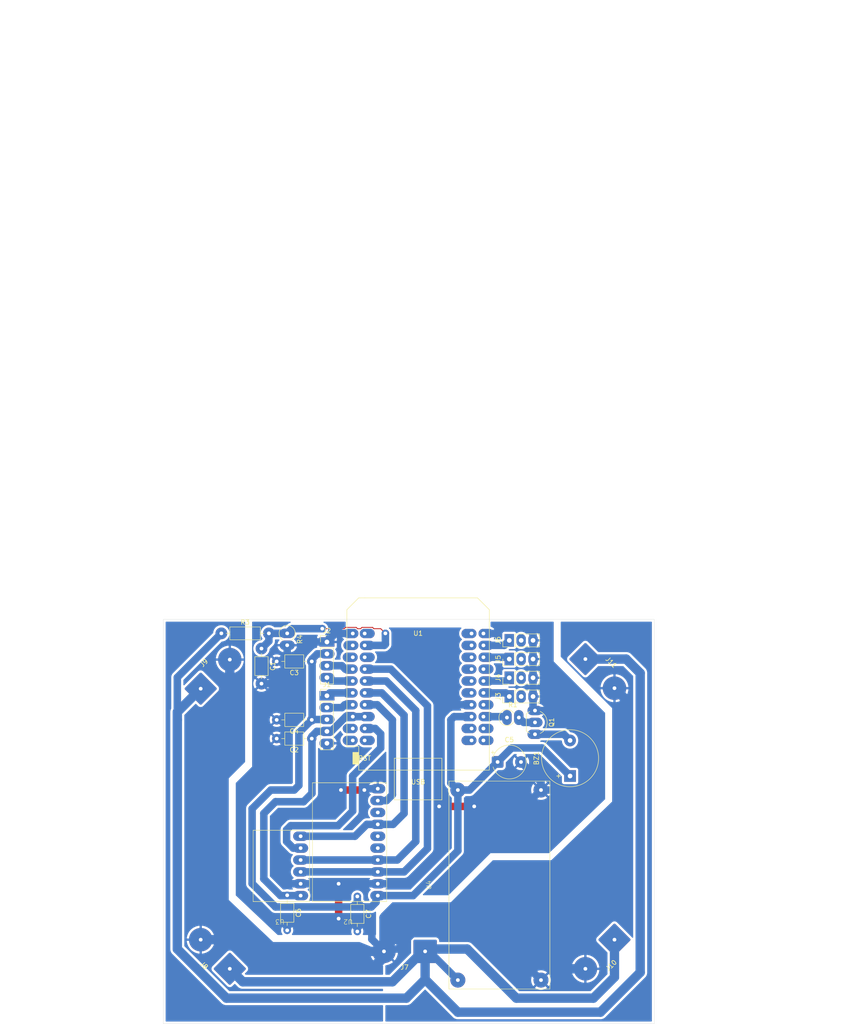
<source format=kicad_pcb>
(kicad_pcb (version 20241229) (generator "pcbnew") (generator_version "9.0")
  (layers (0 "F.Cu" signal) (2 "B.Cu" signal) (13 "F.Paste" user) (15 "B.Paste" user) (5 "F.SilkS" user "F.Silkscreen") (7 "B.SilkS" user "B.Silkscreen") (1 "F.Mask" user) (3 "B.Mask" user) (25 "Edge.Cuts" user))
  (net 0 "")
  (net 1 "+5V")
  (net 2 "Net-(BZ1--)")
  (net 3 "GND")
  (net 4 "VMeter")
  (net 5 "+3.3V")
  (net 6 "+BATT")
  (net 7 "M3")
  (net 8 "M4")
  (net 9 "M2")
  (net 10 "M1")
  (net 11 "TX2")
  (net 12 "RX2")
  (net 13 "RX3")
  (net 14 "TX3")
  (net 15 "Net-(Q1-B)")
  (net 16 "SA0{slash}SD0{slash}AD0-MISO")
  (net 17 "Buzzer")
  (net 18 "StatusLED")
  (net 19 "SCK{slash}SCL")
  (net 21 "CSB")
  (net 35 "NCS")
  (net 40 "SDA{slash}SDI-MOSI")
  (footprint "Capacitor_THT:C_Axial_L3.8mm_D2.6mm_P7.50mm_Horizontal" (layer "F.Cu") (at 124.75 80.5 180)
    (property "Reference" "C2" (at 3.75 -2.42 0) (layer "F.SilkS"))
    (property "Value" "100n")
    (pad "1" thru_hole circle (at 0 0 180) (size 2 2) (drill 0.8) (layers "*.Cu" "*.Mask") (net 5 "+3.3V"))
    (pad "2" thru_hole circle (at 7.5 0 180) (size 2 2) (drill 0.8) (layers "*.Cu" "*.Mask") (net 3 "GND"))
  )
  (footprint "esp32-wemos-d1-mini:xl4005 DC-DC stepdown module" (layer "F.Cu") (at 150.285 111.82 90)
    (property "Reference" "U4" (at 0 -0.5 90) (layer "F.SilkS") (effects (font (thickness 0.1))))
    (property "Value" "~")
    (pad "1" thru_hole circle (at -20.32 5.715) (size 3.2 3.2) (drill 0.8) (layers "*.Cu" "*.Mask") (net 6 "+BATT"))
    (pad "2" thru_hole circle (at -20.32 23.495) (size 3.2 3.2) (drill 0.8) (layers "*.Cu" "*.Mask") (net 3 "GND"))
    (pad "3" thru_hole circle (at 20.32 23.495) (size 3.2 3.2) (drill 0.8) (layers "*.Cu" "*.Mask") (net 3 "GND"))
    (pad "4" thru_hole circle (at 20.32 5.715) (size 3.2 3.2) (drill 0.8) (layers "*.Cu" "*.Mask") (net 1 "+5V"))
  )
  (footprint "Package_TO_SOT_THT:TO-92_Inline_Wide" (layer "F.Cu") (at 172.5 74.5 -90)
    (property "Reference" "Q1" (at 2.54 -3.56 90) (layer "F.SilkS"))
    (property "Value" "2N3904")
    (pad "1" thru_hole oval (at 0 0 270) (size 2 3.2) (drill 0.8) (layers "*.Cu" "*.Mask") (net 3 "GND"))
    (pad "2" thru_hole oval (at 2.54 0 270) (size 2 3.2) (drill 0.8) (layers "*.Cu" "*.Mask") (net 15 "Net-(Q1-B)"))
    (pad "3" thru_hole oval (at 5.08 0 270) (size 2 3.2) (drill 0.8) (layers "*.Cu" "*.Mask") (net 2 "Net-(BZ1--)"))
  )
  (footprint "Capacitor_THT:CP_Radial_Tantal_D7.0mm_P5.00mm" (layer "F.Cu") (at 164.5 85.5)
    (property "Reference" "C5" (at 2.5 -4.75 0) (layer "F.SilkS"))
    (property "Value" "47u")
    (pad "1" thru_hole roundrect (at 0 0) (size 2.5 2.5) (drill 0.8) (layers "*.Cu" "*.Mask") (roundrect_rratio 0.15625) (net 1 "+5V"))
    (pad "2" thru_hole circle (at 5 0) (size 2.5 2.5) (drill 0.8) (layers "*.Cu" "*.Mask") (net 3 "GND"))
  )
  (footprint "Capacitor_THT:C_Axial_L3.8mm_D2.6mm_P7.50mm_Horizontal" (layer "F.Cu") (at 119.5 114 -90)
    (property "Reference" "C6" (at 3.75 -2.42 90) (layer "F.SilkS"))
    (property "Value" "100n")
    (pad "1" thru_hole circle (at 0 0 270) (size 1.6 1.6) (drill 0.8) (layers "*.Cu" "*.Mask") (net 5 "+3.3V"))
    (pad "2" thru_hole circle (at 7.5 0 270) (size 1.6 1.6) (drill 0.8) (layers "*.Cu" "*.Mask") (net 3 "GND"))
  )
  (footprint "esp32-wemos-d1-mini:bmp280" (layer "F.Cu") (at 117.93 119.16 180)
    (property "Reference" "U3" (at 0 -0.5 180) (layer "F.SilkS") (effects (font (thickness 0.1))))
    (property "Value" "~")
    (pad "1" thru_hole oval (at -4.445 5.08 90) (size 2 3.2) (drill 0.8) (layers "*.Cu" "*.Mask") (net 5 "+3.3V"))
    (pad "2" thru_hole oval (at -4.445 7.62 90) (size 2 3.2) (drill 0.8) (layers "*.Cu" "*.Mask") (net 3 "GND"))
    (pad "3" thru_hole oval (at -4.445 10.16 90) (size 2 3.2) (drill 0.8) (layers "*.Cu" "*.Mask") (net 19 "SCK{slash}SCL"))
    (pad "4" thru_hole oval (at -4.445 12.7 90) (size 2 3.2) (drill 0.8) (layers "*.Cu" "*.Mask") (net 40 "SDA{slash}SDI-MOSI"))
    (pad "5" thru_hole oval (at -4.445 15.24 90) (size 2 3.2) (drill 0.8) (layers "*.Cu" "*.Mask") (net 35 "NCS"))
    (pad "6" thru_hole oval (at -4.445 17.78 90) (size 2 3.2) (drill 0.8) (layers "*.Cu" "*.Mask") (net 16 "SA0{slash}SD0{slash}AD0-MISO"))
  )
  (footprint "Resistor_THT:R_Axial_DIN0309_L9.0mm_D3.2mm_P2.54mm_Vertical" (layer "F.Cu") (at 119.5 58 -90)
    (property "Reference" "R4" (at 1.27 -2.72 90) (layer "F.SilkS"))
    (property "Value" "3.3k")
    (pad "1" thru_hole oval (at 0 0 270) (size 2 3.2) (drill 0.8) (layers "*.Cu" "*.Mask") (net 4 "VMeter"))
    (pad "2" thru_hole oval (at 2.54 0 270) (size 2 3.2) (drill 0.8) (layers "*.Cu" "*.Mask") (net 3 "GND"))
  )
  (footprint "esp32-wemos-d1-mini:mpu9250" (layer "F.Cu") (at 132.525 119.16 180)
    (property "Reference" "U2" (at 0 -0.5 180) (layer "F.SilkS") (effects (font (thickness 0.1))))
    (property "Value" "~")
    (pad "1" thru_hole oval (at -6.35 5.08 90) (size 2 3.2) (drill 0.8) (layers "*.Cu" "*.Mask") (net 1 "+5V"))
    (pad "2" thru_hole oval (at -6.35 7.62 90) (size 2 3.2) (drill 0.8) (layers "*.Cu" "*.Mask") (net 3 "GND"))
    (pad "3" thru_hole oval (at -6.35 10.16 90) (size 2 3.2) (drill 0.8) (layers "*.Cu" "*.Mask") (net 19 "SCK{slash}SCL"))
    (pad "4" thru_hole oval (at -6.35 12.7 90) (size 2 3.2) (drill 0.8) (layers "*.Cu" "*.Mask") (net 40 "SDA{slash}SDI-MOSI"))
    (pad "5" thru_hole oval (at -6.35 15.24 90) (size 2 3.2) (drill 0.8) (layers "*.Cu" "*.Mask"))
    (pad "6" thru_hole oval (at -6.35 17.78 90) (size 2 3.2) (drill 0.8) (layers "*.Cu" "*.Mask"))
    (pad "7" thru_hole oval (at -6.35 20.32 90) (size 2 3.2) (drill 0.8) (layers "*.Cu" "*.Mask") (net 16 "SA0{slash}SD0{slash}AD0-MISO"))
    (pad "8" thru_hole oval (at -6.35 22.86 90) (size 2 3.2) (drill 0.8) (layers "*.Cu" "*.Mask"))
    (pad "9" thru_hole oval (at -6.35 25.4 90) (size 2 3.2) (drill 0.8) (layers "*.Cu" "*.Mask") (net 21 "CSB"))
    (pad "10" thru_hole oval (at -6.35 27.94 90) (size 2 3.2) (drill 0.8) (layers "*.Cu" "*.Mask") (net 3 "GND"))
  )
  (footprint "Connector_Wire:SolderWire-2.5sqmm_1x02_P8.8mm_D2.4mm_OD4.4mm" (layer "F.Cu") (at 189.5 123.5 -135)
    (property "Reference" "J10" (at 4.4 -3.4 45) (layer "F.SilkS"))
    (property "Value" "Screw_Terminal_01x02")
    (pad "1" thru_hole roundrect (at 0 0 225) (size 5 5) (drill 0.8) (layers "*.Cu" "*.Mask") (roundrect_rratio 0.056818) (net 6 "+BATT"))
    (pad "2" thru_hole circle (at 8.8 0 225) (size 5 5) (drill 0.8) (layers "*.Cu" "*.Mask") (net 3 "GND"))
  )
  (footprint "Connector_PinHeader_2.54mm:PinHeader_1x05_P2.54mm_Vertical" (layer "F.Cu") (at 128 71.34)
    (property "Reference" "J1" (at 0 -2.38 0) (layer "F.SilkS"))
    (property "Value" "Conn_01x05_Pin" (hide yes))
    (pad "1" thru_hole rect (at 0 0) (size 3.2 2) (drill 1) (layers "*.Cu" "*.Mask") (net 13 "RX3"))
    (pad "2" thru_hole oval (at 0 2.54) (size 3.2 2) (drill 1) (layers "*.Cu" "*.Mask") (net 14 "TX3"))
    (pad "3" thru_hole oval (at 0 5.08) (size 3.2 2) (drill 1) (layers "*.Cu" "*.Mask") (net 1 "+5V"))
    (pad "4" thru_hole oval (at 0 7.62) (size 3.2 2) (drill 1) (layers "*.Cu" "*.Mask") (net 5 "+3.3V"))
    (pad "5" thru_hole oval (at 0 10.16) (size 3.2 2) (drill 1) (layers "*.Cu" "*.Mask") (net 3 "GND"))
  )
  (footprint "Connector_Wire:SolderWire-2.5sqmm_1x02_P8.8mm_D2.4mm_OD4.4mm" (layer "F.Cu") (at 107.22254 129.72254 135)
    (property "Reference" "J8" (at 4.4 -3.4 135) (layer "F.SilkS"))
    (property "Value" "Screw_Terminal_01x02")
    (pad "1" thru_hole roundrect (at 0 0 135) (size 5 5) (drill 0.8) (layers "*.Cu" "*.Mask") (roundrect_rratio 0.056818) (net 6 "+BATT"))
    (pad "2" thru_hole circle (at 8.8 0 135) (size 5 5) (drill 0.8) (layers "*.Cu" "*.Mask") (net 3 "GND"))
  )
  (footprint "esp32-wemos-d1-mini:esp32-wemos-d1-mini" (layer "F.Cu") (at 147.5 69.46)
    (property "Reference" "U1" (at 0 -11.46 0) (layer "F.SilkS"))
    (property "Value" "esp32-wemos-d1-mini")
    (fp_text user "RST" (at -11.43 15.24 0) (layer "F.SilkS"))
    (fp_text user "USB" (at 0 20.32 0) (layer "F.SilkS"))
    (pad "1" thru_hole oval (at -13.97 -11.43 270) (size 2 3.2) (drill 0.8 (offset 0 0.4)) (layers "*.Cu" "*.Mask") (net 3 "GND"))
    (pad "2" thru_hole oval (at -11.43 -11.43 270) (size 2 3.2) (drill 0.8 (offset 0 -0.55)) (layers "*.Cu" "*.Mask"))
    (pad "3" thru_hole oval (at -13.97 -8.89 270) (size 2 3.2) (drill 0.8 (offset 0 0.4)) (layers "*.Cu" "*.Mask"))
    (pad "4" thru_hole oval (at -11.43 -8.89 270) (size 2 3.2) (drill 0.8 (offset 0 -0.55)) (layers "*.Cu" "*.Mask") (net 4 "VMeter"))
    (pad "5" thru_hole oval (at -13.97 -6.35 270) (size 2 3.2) (drill 0.8 (offset 0 0.55)) (layers "*.Cu" "*.Mask"))
    (pad "6" thru_hole oval (at -11.43 -6.35 270) (size 2 3.2) (drill 0.8 (offset 0 -0.55)) (layers "*.Cu" "*.Mask") (net 18 "StatusLED"))
    (pad "7" thru_hole oval (at -13.97 -3.81 270) (size 2 3.2) (drill 0.8 (offset 0 0.55)) (layers "*.Cu" "*.Mask") (net 12 "RX2"))
    (pad "8" thru_hole oval (at -11.43 -3.81 270) (size 2 3.2) (drill 0.8 (offset 0 -0.55)) (layers "*.Cu" "*.Mask") (net 19 "SCK{slash}SCL"))
    (pad "9" thru_hole oval (at -13.97 -1.27 270) (size 2 3.2) (drill 0.8 (offset 0 0.55)) (layers "*.Cu" "*.Mask") (net 11 "TX2"))
    (pad "10" thru_hole oval (at -11.43 -1.27 270) (size 2 3.2) (drill 0.8 (offset 0 -0.55)) (layers "*.Cu" "*.Mask") (net 40 "SDA{slash}SDI-MOSI"))
    (pad "11" thru_hole oval (at -13.97 1.27 270) (size 2 3.2) (drill 0.8 (offset 0 0.55)) (layers "*.Cu" "*.Mask") (net 13 "RX3"))
    (pad "12" thru_hole oval (at -11.43 1.27 270) (size 2 3.2) (drill 0.8 (offset 0 -0.55)) (layers "*.Cu" "*.Mask") (net 16 "SA0{slash}SD0{slash}AD0-MISO"))
    (pad "13" thru_hole oval (at -13.97 3.81 270) (size 2 3.2) (drill 0.8 (offset 0 0.55)) (layers "*.Cu" "*.Mask") (net 14 "TX3"))
    (pad "14" thru_hole oval (at -11.43 3.81 270) (size 2 3.2) (drill 0.8 (offset 0 -0.55)) (layers "*.Cu" "*.Mask") (net 21 "CSB"))
    (pad "15" thru_hole oval (at -13.97 6.35 270) (size 2 3.2) (drill 0.8 (offset 0 0.55)) (layers "*.Cu" "*.Mask") (net 5 "+3.3V"))
    (pad "16" thru_hole oval (at -11.43 6.35 270) (size 2 3.2) (drill 0.8 (offset 0 -0.55)) (layers "*.Cu" "*.Mask") (net 5 "+3.3V"))
    (pad "17" thru_hole oval (at -13.97 8.89 270) (size 2 3.2) (drill 0.8 (offset 0 0.55)) (layers "*.Cu" "*.Mask"))
    (pad "18" thru_hole oval (at -11.43 8.89 270) (size 2 3.2) (drill 0.8 (offset 0 -0.55)) (layers "*.Cu" "*.Mask") (net 35 "NCS"))
    (pad "19" thru_hole oval (at -13.97 11.43 270) (size 2 3.2) (drill 0.8 (offset 0 0.55)) (layers "*.Cu" "*.Mask"))
    (pad "20" thru_hole oval (at -11.43 11.43 270) (size 2 3.2) (drill 0.8 (offset 0 -0.55)) (layers "*.Cu" "*.Mask"))
    (pad "21" thru_hole oval (at 11.43 -11.43 270) (size 2 3.2) (drill 0.8 (offset 0 0.55)) (layers "*.Cu" "*.Mask"))
    (pad "22" thru_hole oval (at 13.97 -11.43 270) (size 2 3.2) (drill 0.8 (offset 0 -0.55)) (layers "*.Cu" "*.Mask") (net 3 "GND"))
    (pad "23" thru_hole oval (at 11.43 -8.89 270) (size 2 3.2) (drill 0.8 (offset 0 0.55)) (layers "*.Cu" "*.Mask"))
    (pad "24" thru_hole oval (at 13.97 -8.89 270) (size 2 3.2) (drill 0.8 (offset 0 -0.55)) (layers "*.Cu" "*.Mask") (net 10 "M1"))
    (pad "25" thru_hole oval (at 11.43 -6.35 270) (size 2 3.2) (drill 0.8 (offset 0 0.55)) (layers "*.Cu" "*.Mask"))
    (pad "26" thru_hole oval (at 13.97 -6.35 270) (size 2 3.2) (drill 0.8 (offset 0 -0.55)) (layers "*.Cu" "*.Mask") (net 9 "M2"))
    (pad "27" thru_hole oval (at 11.43 -3.81 270) (size 2 3.2) (drill 0.8 (offset 0 0.55)) (layers "*.Cu" "*.Mask"))
    (pad "28" thru_hole oval (at 13.97 -3.81 270) (size 2 3.2) (drill 0.8 (offset 0 -0.55)) (layers "*.Cu" "*.Mask"))
    (pad "29" thru_hole oval (at 11.43 -1.27 270) (size 2 3.2) (drill 0.8 (offset 0 0.55)) (layers "*.Cu" "*.Mask"))
    (pad "30" thru_hole oval (at 13.97 -1.27 270) (size 2 3.2) (drill 0.8 (offset 0 -0.55)) (layers "*.Cu" "*.Mask") (net 8 "M4"))
    (pad "31" thru_hole oval (at 11.43 1.27 270) (size 2 3.2) (drill 0.8 (offset 0 0.55)) (layers "*.Cu" "*.Mask"))
    (pad "32" thru_hole oval (at 13.97 1.27 270) (size 2 3.2) (drill 0.8 (offset 0 -0.55)) (layers "*.Cu" "*.Mask") (net 7 "M3"))
    (pad "33" thru_hole oval (at 11.43 3.81 270) (size 2 3.2) (drill 0.8 (offset 0 0.55)) (layers "*.Cu" "*.Mask") (net 3 "GND"))
    (pad "34" thru_hole oval (at 13.97 3.81 270) (size 2 3.2) (drill 0.8 (offset 0 -0.55)) (layers "*.Cu" "*.Mask"))
    (pad "35" thru_hole oval (at 11.43 6.35 270) (size 2 3.2) (drill 0.8 (offset 0 0.55)) (layers "*.Cu" "*.Mask") (net 1 "+5V"))
    (pad "36" thru_hole oval (at 13.97 6.35 270) (size 2 3.2) (drill 0.8 (offset 0 -0.55)) (layers "*.Cu" "*.Mask") (net 17 "Buzzer"))
    (pad "37" thru_hole oval (at 11.43 8.89 270) (size 2 3.2) (drill 0.8 (offset 0 0.55)) (layers "*.Cu" "*.Mask"))
    (pad "38" thru_hole oval (at 13.97 8.89 270) (size 2 3.2) (drill 0.8 (offset 0 -0.55)) (layers "*.Cu" "*.Mask"))
    (pad "39" thru_hole oval (at 11.43 11.43 270) (size 2 3.2) (drill 0.8 (offset 0 0.55)) (layers "*.Cu" "*.Mask"))
    (pad "40" thru_hole oval (at 13.97 11.43 270) (size 2 3.2) (drill 0.8 (offset 0 -0.55)) (layers "*.Cu" "*.Mask"))
  )
  (footprint "Capacitor_THT:C_Axial_L3.8mm_D2.6mm_P7.50mm_Horizontal" (layer "F.Cu") (at 124.75 76.5 180)
    (property "Reference" "C4" (at 3.75 -2.42 0) (layer "F.SilkS"))
    (property "Value" "100n")
    (pad "1" thru_hole circle (at 0 0 180) (size 2 2) (drill 0.8) (layers "*.Cu" "*.Mask") (net 1 "+5V"))
    (pad "2" thru_hole circle (at 7.5 0 180) (size 2 2) (drill 0.8) (layers "*.Cu" "*.Mask") (net 3 "GND"))
  )
  (footprint "Connector_PinHeader_2.54mm:PinHeader_1x03_P2.54mm_Vertical" (layer "F.Cu") (at 167 71.5 90)
    (property "Reference" "J3" (at 0 -2.38 90) (layer "F.SilkS"))
    (property "Value" "Conn_01x03_Pin")
    (pad "1" thru_hole rect (at 0 0 90) (size 2.7 2) (drill 1) (layers "*.Cu" "*.Mask") (net 7 "M3"))
    (pad "2" thru_hole oval (at 0 2.54 90) (size 2.7 2) (drill 1) (layers "*.Cu" "*.Mask"))
    (pad "3" thru_hole oval (at 0 5.08 90) (size 2.7 2) (drill 1) (layers "*.Cu" "*.Mask") (net 3 "GND"))
  )
  (footprint "Connector_PinHeader_2.54mm:PinHeader_1x03_P2.54mm_Vertical" (layer "F.Cu") (at 167 59.5 90)
    (property "Reference" "J6" (at 0 -2.38 90) (layer "F.SilkS"))
    (property "Value" "Conn_01x03_Pin")
    (pad "1" thru_hole rect (at 0 0 90) (size 2.7 2) (drill 1) (layers "*.Cu" "*.Mask") (net 10 "M1"))
    (pad "2" thru_hole oval (at 0 2.54 90) (size 2.7 2) (drill 1) (layers "*.Cu" "*.Mask"))
    (pad "3" thru_hole oval (at 0 5.08 90) (size 2.7 2) (drill 1) (layers "*.Cu" "*.Mask") (net 3 "GND"))
  )
  (footprint "Connector_PinHeader_2.54mm:PinHeader_1x04_P2.54mm_Vertical" (layer "F.Cu") (at 128 59.84)
    (property "Reference" "J2" (at 0 -2.38 0) (layer "F.SilkS"))
    (property "Value" "Conn_01x04_Pin")
    (pad "1" thru_hole rect (at 0 0) (size 3.2 2) (drill 1) (layers "*.Cu" "*.Mask") (net 3 "GND"))
    (pad "2" thru_hole oval (at 0 2.54) (size 3.2 2) (drill 1) (layers "*.Cu" "*.Mask") (net 1 "+5V"))
    (pad "3" thru_hole oval (at 0 5.08) (size 3.2 2) (drill 1) (layers "*.Cu" "*.Mask") (net 12 "RX2"))
    (pad "4" thru_hole oval (at 0 7.62) (size 3.2 2) (drill 1) (layers "*.Cu" "*.Mask") (net 11 "TX2"))
  )
  (footprint "Connector_Wire:SolderWire-2.5sqmm_1x02_P8.8mm_D2.4mm_OD4.4mm" (layer "F.Cu") (at 149 126 180)
    (property "Reference" "J7" (at 4.4 -3.4 0) (layer "F.SilkS"))
    (property "Value" "Screw_Terminal_01x02" (hide yes))
    (pad "1" thru_hole roundrect (at 0 0 180) (size 5 5) (drill 0.8) (layers "*.Cu" "*.Mask") (roundrect_rratio 0.056818) (net 6 "+BATT"))
    (pad "2" thru_hole circle (at 8.8 0 180) (size 5 5) (drill 0.8) (layers "*.Cu" "*.Mask") (net 3 "GND"))
  )
  (footprint "Connector_Wire:SolderWire-2.5sqmm_1x02_P8.8mm_D2.4mm_OD4.4mm" (layer "F.Cu") (at 101 69.83381 45)
    (property "Reference" "J9" (at 4.4 -3.4 45) (layer "F.SilkS"))
    (property "Value" "Screw_Terminal_01x02")
    (pad "1" thru_hole roundrect (at 0 0 45) (size 5 5) (drill 0.8) (layers "*.Cu" "*.Mask") (roundrect_rratio 0.056818) (net 6 "+BATT"))
    (pad "2" thru_hole circle (at 8.8 0 45) (size 5 5) (drill 0.8) (layers "*.Cu" "*.Mask") (net 3 "GND"))
  )
  (footprint "Capacitor_THT:C_Axial_L3.8mm_D2.6mm_P7.50mm_Horizontal" (layer "F.Cu") (at 114 61.25 -90)
    (property "Reference" "C1" (at 3.75 -2.42 90) (layer "F.SilkS"))
    (property "Value" "100n")
    (pad "1" thru_hole circle (at 0 0 270) (size 2.5 2.5) (drill 0.8) (layers "*.Cu" "*.Mask") (net 4 "VMeter"))
    (pad "2" thru_hole circle (at 7.5 0 270) (size 2.5 2.5) (drill 0.8) (layers "*.Cu" "*.Mask") (net 3 "GND"))
  )
  (footprint "Capacitor_THT:C_Axial_L3.8mm_D2.6mm_P7.50mm_Horizontal" (layer "F.Cu") (at 134.5 114.25 -90)
    (property "Reference" "C7" (at 3.75 -2.42 90) (layer "F.SilkS"))
    (property "Value" "100n")
    (pad "1" thru_hole circle (at 0 0 270) (size 1.6 1.6) (drill 0.8) (layers "*.Cu" "*.Mask") (net 1 "+5V"))
    (pad "2" thru_hole circle (at 7.5 0 270) (size 1.6 1.6) (drill 0.8) (layers "*.Cu" "*.Mask") (net 3 "GND"))
  )
  (footprint "Connector_Wire:SolderWire-2.5sqmm_1x02_P8.8mm_D2.4mm_OD4.4mm" (layer "F.Cu") (at 183.27746 63.5 -45)
    (property "Reference" "J11" (at 4.4 -3.4 135) (layer "F.SilkS"))
    (property "Value" "Screw_Terminal_01x02")
    (pad "1" thru_hole roundrect (at 0 0 315) (size 5 5) (drill 0.8) (layers "*.Cu" "*.Mask") (roundrect_rratio 0.056818) (net 6 "+BATT"))
    (pad "2" thru_hole circle (at 8.8 0 315) (size 5 5) (drill 0.8) (layers "*.Cu" "*.Mask") (net 3 "GND"))
  )
  (footprint "Capacitor_THT:C_Axial_L3.8mm_D2.6mm_P7.50mm_Horizontal" (layer "F.Cu") (at 124.75 64 180)
    (property "Reference" "C3" (at 3.75 -2.42 0) (layer "F.SilkS"))
    (property "Value" "100n")
    (pad "1" thru_hole circle (at 0 0 180) (size 2 2) (drill 0.8) (layers "*.Cu" "*.Mask") (net 1 "+5V"))
    (pad "2" thru_hole circle (at 7.5 0 180) (size 2 2) (drill 0.8) (layers "*.Cu" "*.Mask") (net 3 "GND"))
  )
  (footprint "Resistor_THT:R_Axial_DIN0309_L9.0mm_D3.2mm_P2.54mm_Vertical" (layer "F.Cu") (at 166.5 76)
    (property "Reference" "R1" (at 1.27 -2.72 0) (layer "F.SilkS"))
    (property "Value" "1k")
    (pad "1" thru_hole oval (at 0 0) (size 2 3.2) (drill 0.8) (layers "*.Cu" "*.Mask") (net 17 "Buzzer"))
    (pad "2" thru_hole oval (at 2.54 0) (size 2 3.2) (drill 0.8) (layers "*.Cu" "*.Mask") (net 15 "Net-(Q1-B)"))
  )
  (footprint "Connector_PinHeader_2.54mm:PinHeader_1x03_P2.54mm_Vertical" (layer "F.Cu") (at 167 63.5 90)
    (property "Reference" "J5" (at 0 -2.38 90) (layer "F.SilkS"))
    (property "Value" "Conn_01x03_Pin")
    (pad "1" thru_hole rect (at 0 0 90) (size 2.7 2) (drill 1) (layers "*.Cu" "*.Mask") (net 9 "M2"))
    (pad "2" thru_hole oval (at 0 2.54 90) (size 2.7 2) (drill 1) (layers "*.Cu" "*.Mask"))
    (pad "3" thru_hole oval (at 0 5.08 90) (size 2.7 2) (drill 1) (layers "*.Cu" "*.Mask") (net 3 "GND"))
  )
  (footprint "Resistor_THT:R_Axial_DIN0207_L6.3mm_D2.5mm_P10.16mm_Horizontal" (layer "F.Cu") (at 105.42 58)
    (property "Reference" "R3" (at 5.08 -2.37 0) (layer "F.SilkS"))
    (property "Value" "22k")
    (pad "1" thru_hole circle (at 0 0) (size 2.5 2.5) (drill 0.8) (layers "*.Cu" "*.Mask") (net 6 "+BATT"))
    (pad "2" thru_hole circle (at 10.16 0) (size 2.5 2.5) (drill 0.8) (layers "*.Cu" "*.Mask") (net 4 "VMeter"))
  )
  (footprint "Buzzer_Beeper:Buzzer_12x9.5RM7.6" (layer "F.Cu") (at 180 88.5 90)
    (property "Reference" "BZ1" (at 3.8 -7.2 90) (layer "F.SilkS"))
    (property "Value" "Buzzer")
    (fp_text user "+" (at -0.01 -2.54 90) (layer "F.SilkS"))
    (pad "1" thru_hole rect (at 0 0 90) (size 2.5 2.5) (drill 1) (layers "*.Cu" "*.Mask") (net 1 "+5V"))
    (pad "2" thru_hole circle (at 7.6 0 90) (size 2.5 2.5) (drill 1) (layers "*.Cu" "*.Mask") (net 2 "Net-(BZ1--)"))
  )
  (footprint "Connector_PinHeader_2.54mm:PinHeader_1x03_P2.54mm_Vertical" (layer "F.Cu") (at 167 67.5 90)
    (property "Reference" "J4" (at 0 -2.38 90) (layer "F.SilkS"))
    (property "Value" "Conn_01x03_Pin")
    (pad "1" thru_hole rect (at 0 0 90) (size 2.7 2) (drill 1) (layers "*.Cu" "*.Mask") (net 8 "M4"))
    (pad "2" thru_hole oval (at 0 2.54 90) (size 2.7 2) (drill 1) (layers "*.Cu" "*.Mask"))
    (pad "3" thru_hole oval (at 0 5.08 90) (size 2.7 2) (drill 1) (layers "*.Cu" "*.Mask") (net 3 "GND"))
  )
  (gr_rect (start 93 55) (end 198 141.5) (stroke (width 0.05)) (fill no) (layer "Edge.Cuts"))
  (segment (start 121 91.5) (end 116 91.5) (width 1.6) (layer "B.Cu") (net 1))
  (segment (start 156 91.5) (end 158.5 91.5) (width 1.6) (layer "B.Cu") (net 1))
  (segment (start 128 62.38) (end 125.95 62.38) (width 1.6) (layer "B.Cu") (net 1))
  (segment (start 117 116.5) (end 134 116.5) (width 1.6) (layer "B.Cu") (net 1))
  (segment (start 125.95 62.38) (end 124.83 63.5) (width 1.6) (layer "B.Cu") (net 1))
  (segment (start 134.5 115.5) (end 133.5 116.5) (width 1.6) (layer "B.Cu") (net 1))
  (segment (start 116 91.5) (end 112 95.5) (width 1.6) (layer "B.Cu") (net 1))
  (segment (start 138.5 115.5) (end 138.5 114.455) (width 1.6) (layer "B.Cu") (net 1))
  (segment (start 112 95.5) (end 112 111.5) (width 1.6) (layer "B.Cu") (net 1))
  (segment (start 138.875 114.08) (end 146.42 114.08) (width 1.6) (layer "B.Cu") (net 1))
  (segment (start 158.5 91.5) (end 164.5 85.5) (width 1.6) (layer "B.Cu") (net 1))
  (segment (start 134.5 115.5) (end 134.5 116.5) (width 1.6) (layer "B.Cu") (net 1))
  (segment (start 136 116.5) (end 137.5 116.5) (width 1.6) (layer "B.Cu") (net 1))
  (segment (start 122 90.5) (end 121 91.5) (width 1.6) (layer "B.Cu") (net 1))
  (segment (start 134.5 114.25) (end 134.5 115.5) (width 1.6) (layer "B.Cu") (net 1))
  (segment (start 156 104.5) (end 156 91.5) (width 1.6) (layer "B.Cu") (net 1))
  (segment (start 135 116.5) (end 136 116.5) (width 1.6) (layer "B.Cu") (net 1))
  (segment (start 122 79.25) (end 122 90.5) (width 1.6) (layer "B.Cu") (net 1))
  (segment (start 146.42 114.08) (end 156 104.5) (width 1.6) (layer "B.Cu") (net 1))
  (segment (start 154.5 90) (end 154.5 76.5) (width 1.6) (layer "B.Cu") (net 1))
  (segment (start 124.83 76.42) (end 122 79.25) (width 1.6) (layer "B.Cu") (net 1))
  (segment (start 156 91.5) (end 155.5 91.5) (width 1.6) (layer "B.Cu") (net 1))
  (segment (start 134 116.5) (end 135 116.5) (width 1.6) (layer "B.Cu") (net 1))
  (segment (start 155.19 75.81) (end 158.93 75.81) (width 1.6) (layer "B.Cu") (net 1))
  (segment (start 154.5 76.5) (end 155.19 75.81) (width 1.6) (layer "B.Cu") (net 1))
  (segment (start 124.83 63.5) (end 124.83 76.42) (width 1.6) (layer "B.Cu") (net 1))
  (segment (start 137.5 116.5) (end 138.5 115.5) (width 1.6) (layer "B.Cu") (net 1))
  (segment (start 174 82.5) (end 180 88.5) (width 1.6) (layer "B.Cu") (net 1))
  (segment (start 156 91.5) (end 154.5 90) (width 1.6) (layer "B.Cu") (net 1))
  (segment (start 138.5 114.455) (end 138.875 114.08) (width 1.6) (layer "B.Cu") (net 1))
  (segment (start 164.5 85.5) (end 167.5 82.5) (width 1.6) (layer "B.Cu") (net 1))
  (segment (start 112 111.5) (end 117 116.5) (width 1.6) (layer "B.Cu") (net 1))
  (segment (start 134.5 115.5) (end 135.5 116.5) (width 1.6) (layer "B.Cu") (net 1))
  (segment (start 167.5 82.5) (end 174 82.5) (width 1.6) (layer "B.Cu") (net 1))
  (segment (start 128 76.42) (end 124.83 76.42) (width 1.6) (layer "B.Cu") (net 1))
  (segment (start 178.68 79.58) (end 180 80.9) (width 1.6) (layer "B.Cu") (net 2))
  (segment (start 172.5 79.58) (end 178.68 79.58) (width 1.6) (layer "B.Cu") (net 2))
  (segment (start 130.5 111.54) (end 130.5 119) (width 1.6) (layer "F.Cu") (net 3))
  (segment (start 136 91.5) (end 131 91.5) (width 1.6) (layer "F.Cu") (net 3))
  (segment (start 152 95) (end 159.5 95) (width 1.6) (layer "F.Cu") (net 3))
  (via (at 152 95) (size 1.6) (drill 0.8) (layers "F.Cu" "B.Cu") (net 3))
  (via (at 159.5 95) (size 1.6) (drill 0.8) (layers "F.Cu" "B.Cu") (net 3))
  (via (at 136 91.5) (size 1.6) (drill 0.8) (layers "F.Cu" "B.Cu") (net 3))
  (via (at 131 91.5) (size 1.6) (drill 0.8) (layers "F.Cu" "B.Cu") (net 3))
  (via (at 130.5 119) (size 1.6) (drill 0.8) (layers "F.Cu" "B.Cu") (net 3))
  (via (at 130.5 111.54) (size 1.6) (drill 0.8) (layers "F.Cu" "B.Cu") (net 3))
  (segment (start 144.5 119.5) (end 168.5 119.5) (width 2) (layer "B.Cu") (net 3))
  (segment (start 136.28 91.22) (end 136 91.5) (width 1.6) (layer "B.Cu") (net 3))
  (segment (start 119.5 88) (end 118.5 89) (width 1.6) (layer "B.Cu") (net 3))
  (segment (start 122.5 70) (end 122.5 71.5) (width 1.6) (layer "B.Cu") (net 3))
  (segment (start 119.5 64) (end 120.5 64) (width 1.6) (layer "B.Cu") (net 3))
  (segment (start 163.64 122) (end 173.78 132.14) (width 1.6) (layer "B.Cu") (net 3))
  (segment (start 119.5 120) (end 119.5 119) (width 1.6) (layer "B.Cu") (net 3))
  (segment (start 159.5 95) (end 170.28 95) (width 1.6) (layer "B.Cu") (net 3))
  (segment (start 119.5 120) (end 120.5 119) (width 1.6) (layer "B.Cu") (net 3))
  (segment (start 183 90) (end 181.5 91.5) (width 1.6) (layer "B.Cu") (net 3))
  (segment (start 109.5 94.5) (end 109.5 112.5) (width 1.6) (layer "B.Cu") (net 3))
  (segment (start 119.5 121.5) (end 119.5 120) (width 1.6) (layer "B.Cu") (net 3))
  (segment (start 119.5 79.5) (end 119.5 80.5) (width 1.6) (layer "B.Cu") (net 3))
  (segment (start 117.25 80.5) (end 118.5 80.5) (width 1.6) (layer "B.Cu") (net 3))
  (segment (start 119.175 111.54) (end 122.375 111.54) (width 1.6) (layer "B.Cu") (net 3))
  (segment (start 124.66 59.84) (end 122.5 62) (width 1.6) (layer "B.Cu") (net 3))
  (segment (start 115.5 126) (end 105 115.5) (width 2) (layer "B.Cu") (net 3))
  (segment (start 118 96.5) (end 117 97.5) (width 1.6) (layer "B.Cu") (net 3))
  (segment (start 137.6 120.1) (end 137.6 123.4) (width 1.6) (layer "B.Cu") (net 3))
  (segment (start 172.08 74.08) (end 172.5 74.5) (width 1.6) (layer "B.Cu") (net 3))
  (segment (start 122.5 62) (end 122.5 63) (width 1.6) (layer "B.Cu") (net 3))
  (segment (start 145.2 123.3) (end 146.5 122) (width 1.6) (layer "B.Cu") (net 3))
  (segment (start 143.5 125.5) (end 145.2 123.8) (width 1.6) (layer "B.Cu") (net 3))
  (segment (start 136.5 119) (end 137.6 120.1) (width 1.6) (layer "B.Cu") (net 3))
  (segment (start 180.5 74.5) (end 183 77) (width 1.6) (layer "B.Cu") (net 3))
  (segment (start 128 94) (end 125.5 96.5) (width 1.6) (layer "B.Cu") (net 3))
  (segment (start 119.5 63) (end 118.5 64) (width 1.6) (layer "B.Cu") (net 3))
  (segment (start 118.5 119) (end 119.5 119) (width 1.6) (layer "B.Cu") (net 3))
  (segment (start 143 122.7) (end 143 121) (width 2) (layer "B.Cu") (net 3))
  (segment (start 172.08 71.5) (end 172.08 74.08) (width 1.6) (layer "B.Cu") (net 3))
  (segment (start 125.5 96.5) (end 118 96.5) (width 1.6) (layer "B.Cu") (net 3))
  (segment (start 140.2 125.5) (end 143.5 125.5) (width 1.6) (layer "B.Cu") (net 3))
  (segment (start 119.5 80.5) (end 119.5 81.5) (width 1.6) (layer "B.Cu") (net 3))
  (segment (start 170.28 95) (end 173.78 91.5) (width 1.6) (layer "B.Cu") (net 3))
  (segment (start 142.5 116.5) (end 140.2 118.8) (width 2) (layer "B.Cu") (net 3))
  (segment (start 172.08 59.5) (end 172.08 63.5) (width 1.6) (layer "B.Cu") (net 3))
  (segment (start 113.5 129) (end 108 123.5) (width 2) (layer "B.Cu") (net 3))
  (segment (start 138.5 129) (end 113.5 129) (width 2) (layer "B.Cu") (net 3))
  (segment (start 117 109.365) (end 119.175 111.54) (width 1.6) (layer "B.Cu") (net 3))
  (segment (start 130.5 111.54) (end 130.54 111.58) (width 1.6) (layer "B.Cu") (net 3))
  (segment (start 128 91.5) (end 128 94) (width 1.6) (layer "B.Cu") (net 3))
  (segment (start 118.5 76.5) (end 119.5 76.5) (width 1.6) (layer "B.Cu") (net 3))
  (segment (start 133.53 58.03) (end 129.81 58.03) (width 1.6) (layer "B.Cu") (net 3))
  (segment (start 107.22254 78.77746) (end 107.22254 63.61127) (width 2) (layer "B.Cu") (net 3))
  (segment (start 138.875 91.22) (end 136.28 91.22) (width 1.6) (layer "B.Cu") (net 3))
  (segment (start 145.46 111.54) (end 152 105) (width 1.6) (layer "B.Cu") (net 3))
  (segment (start 122.5 67.5) (end 122.5 70) (width 1.6) (layer "B.Cu") (net 3))
  (segment (start 132 119) (end 133.5 119) (width 1.6) (layer "B.Cu") (net 3))
  (segment (start 131 91.5) (end 128 91.5) (width 1.6) (layer "B.Cu") (net 3))
  (segment (start 119.5 119) (end 120.5 119) (width 1.6) (layer "B.Cu") (net 3))
  (segment (start 119.5 74.5) (end 119.5 75.5) (width 1.6) (layer "B.Cu") (net 3))
  (segment (start 163.97 58.03) (end 165.5 56.5) (width 1.6) (layer "B.Cu") (net 3))
  (segment (start 117.25 76.5) (end 118.5 76.5) (width 1.6) (layer "B.Cu") (net 3))
  (segment (start 134.5 120) (end 133.5 119) (width 1.6) (layer "B.Cu") (net 3))
  (segment (start 114 68.75) (end 121.25 68.75) (width 1.6) (layer "B.Cu") (net 3))
  (segment (start 118.5 76.5) (end 119.5 75.5) (width 1.6) (layer "B.Cu") (net 3))
  (segment (start 140.2 118.8) (end 140.2 125.5) (width 2) (layer "B.Cu") (net 3))
  (segment (start 138.875 111.54) (end 145.46 111.54) (width 1.6) (layer "B.Cu") (net 3))
  (segment (start 173.78 89.78) (end 169.5 85.5) (width 1.6) (layer "B.Cu") (net 3))
  (segment (start 161.47 58.03) (end 163.97 58.03) (width 1.6) (layer "B.Cu") (net 3))
  (segment (start 135.5 119) (end 136.5 119) (width 1.6) (layer "B.Cu") (net 3))
  (segment (start 115 89) (end 109.5 94.5) (width 1.6) (layer "B.Cu") (net 3))
  (segment (start 121.25 68.75) (end 122.5 67.5) (width 1.6) (layer "B.Cu") (net 3))
  (segment (start 119.5 75.5) (end 119.5 76.5) (width 1.6) (layer "B.Cu") (net 3))
  (segment (start 122.5 64) (end 122.5 65) (width 1.6) (layer "B.Cu") (net 3))
  (segment (start 143 121) (end 144.5 119.5) (width 2) (layer "B.Cu") (net 3))
  (segment (start 119.5 76.5) (end 119.5 77.5) (width 1.6) (layer "B.Cu") (net 3))
  (segment (start 119.5 81.5) (end 119.5 88) (width 1.6) (layer "B.Cu") (net 3))
  (segment (start 140.2 127.3) (end 138.5 129) (width 2) (layer "B.Cu") (net 3))
  (segment (start 164 109) (end 156.5 116.5) (width 2) (layer "B.Cu") (net 3))
  (segment (start 120.5 119) (end 130.5 119) (width 1.6) (layer "B.Cu") (net 3))
  (segment (start 172.5 74.5) (end 180.5 74.5) (width 1.6) (layer "B.Cu") (net 3))
  (segment (start 109.5 112.5) (end 116 119) (width 1.6) (layer "B.Cu") (net 3))
  (segment (start 130.5 111.54) (end 138.875 111.54) (width 1.6) (layer "B.Cu") (net 3))
  (segment (start 152 105) (end 152 95) (width 1.6) (layer "B.Cu") (net 3))
  (segment (start 119.5 77.5) (end 119.5 79.5) (width 1.6) (layer "B.Cu") (net 3))
  (segment (start 119.5 63) (end 120.5 64) (width 1.6) (layer "B.Cu") (net 3))
  (segment (start 139.7 126) (end 115.5 126) (width 2) (layer "B.Cu") (net 3))
  (segment (start 117 97.5) (end 117 109.365) (width 1.6) (layer "B.Cu") (net 3))
  (segment (start 118.5 76.5) (end 119.5 77.5) (width 1.6) (layer "B.Cu") (net 3))
  (segment (start 134.5 121.75) (end 134.5 120) (width 1.6) (layer "B.Cu") (net 3))
  (segment (start 120.5 64) (end 121.5 64) (width 1.6) (layer "B.Cu") (net 3))
  (segment (start 134.5 120) (end 134.5 119) (width 1.6) (layer "B.Cu") (net 3))
  (segment (start 153.23 73.27) (end 158.93 73.27) (width 1.6) (layer "B.Cu") (net 3))
  (segment (start 118.5 80.5) (end 119.5 81.5) (width 1.6) (layer "B.Cu") (net 3))
  (segment (start 173.78 91.5) (end 173.78 89.78) (width 1.6) (layer "B.Cu") (net 3))
  (segment (start 165.5 56.5) (end 170.5 56.5) (width 1.6) (layer "B.Cu") (net 3))
  (segment (start 172.08 71.5) (end 172.08 67.5) (width 1.6) (layer "B.Cu") (net 3))
  (segment (start 140.2 125.5) (end 139.7 126) (width 2) (layer "B.Cu") (net 3))
  (segment (start 118.5 64) (end 119.5 64) (width 1.6) (layer "B.Cu") (net 3))
  (segment (start 152 74.5) (end 153.23 73.27) (width 1.6) (layer "B.Cu") (net 3))
  (segment (start 168.5 119.5) (end 178.72254 129.72254) (width 2) (layer "B.Cu") (net 3))
  (segment (start 134.5 120) (end 135.5 119) (width 1.6) (layer "B.Cu") (net 3))
  (segment (start 122.5 63) (end 122.5 64) (width 1.6) (layer "B.Cu") (net 3))
  (segment (start 137.6 123.4) (end 140.2 126) (width 1.6) (layer "B.Cu") (net 3))
  (segment (start 105 115.5) (end 105 81) (width 2) (layer "B.Cu") (net 3))
  (segment (start 119.5 62.5) (end 119.5 63) (width 1.6) (layer "B.Cu") (net 3))
  (segment (start 177 109) (end 164 109) (width 2) (layer "B.Cu") (net 3))
  (segment (start 146.5 122) (end 163.64 122) (width 1.6) (layer "B.Cu") (net 3))
  (segment (start 170.5 56.5) (end 172.08 58.08) (width 1.6) (layer "B.Cu") (net 3))
  (segment (start 133.5 119) (end 134.5 119) (width 1.6) (layer "B.Cu") (net 3))
  (segment (start 172.08 63.5) (end 172.08 67.5) (width 1.6) (layer "B.Cu") (net 3))
  (segment (start 119.5 120) (end 118.5 119) (width 1.6) (layer "B.Cu") (net 3))
  (segment (start 156.5 116.5) (end 142.5 116.5) (width 2) (layer "B.Cu") (net 3))
  (segment (start 181.5 91.5) (end 173.78 91.5) (width 1.6) (layer "B.Cu") (net 3))
  (segment (start 132 119) (end 130.5 119) (width 1.6) (layer "B.Cu") (net 3))
  (segment (start 128 81.5) (end 128 91.5) (width 1.6) (layer "B.Cu") (net 3))
  (segment (start 116 119) (end 118.5 119) (width 1.6) (layer "B.Cu") (net 3))
  (segment (start 118.5 80.5) (end 119.5 79.5) (width 1.6) (layer "B.Cu") (net 3))
  (segment (start 121.5 64) (end 122.5 64) (width 1.6) (layer "B.Cu") (net 3))
  (segment (start 191.61127 94.38873) (end 177 109) (width 2) (layer "B.Cu") (net 3))
  (segment (start 122.5 71.5) (end 119.5 74.5) (width 1.6) (layer "B.Cu") (net 3))
  (segment (start 101 123.5) (end 108 123.5) (width 2) (layer "B.Cu") (net 3))
  (segment (start 134.5 119) (end 135.5 119) (width 1.6) (layer "B.Cu") (net 3))
  (segment (start 119.5 62.5) (end 119.5 64) (width 1.6) (layer "B.Cu") (net 3))
  (segment (start 172.08 58.08) (end 172.08 59.5) (width 1.6) (layer "B.Cu") (net 3))
  (segment (start 189.5 69.72254) (end 191.61127 71.83381) (width 2) (layer "B.Cu") (net 3))
  (segment (start 118.5 89) (end 115 89) (width 1.6) (layer "B.Cu") (net 3))
  (segment (start 122.5 65) (end 122.5 67.5) (width 1.6) (layer "B.Cu") (net 3))
  (segment (start 121.25 68.75) (end 122.5 70) (width 1.6) (layer "B.Cu") (net 3))
  (segment (start 183 77) (end 183 90) (width 1.6) (layer "B.Cu") (net 3))
  (segment (start 173.5 91.22) (end 173.78 91.5) (width 1.6) (layer "B.Cu") (net 3))
  (segment (start 117.25 64) (end 118.5 64) (width 1.6) (layer "B.Cu") (net 3))
  (segment (start 129.81 58.03) (end 128 59.84) (width 1.6) (layer "B.Cu") (net 3))
  (segment (start 178.72254 129.72254) (end 183.27746 129.72254) (width 2) (layer "B.Cu") (net 3))
  (segment (start 191.61127 71.83381) (end 191.61127 94.38873) (width 2) (layer "B.Cu") (net 3))
  (segment (start 118.5 80.5) (end 119.5 80.5) (width 1.6) (layer "B.Cu") (net 3))
  (segment (start 121.5 64) (end 122.5 63) (width 1.6) (layer "B.Cu") (net 3))
  (segment (start 140.2 126) (end 140.2 127.3) (width 1.6) (layer "B.Cu") (net 3))
  (segment (start 145.2 123.8) (end 145.2 123.3) (width 1.6) (layer "B.Cu") (net 3))
  (segment (start 105 81) (end 107.22254 78.77746) (width 2) (layer "B.Cu") (net 3))
  (segment (start 152 95) (end 152 74.5) (width 1.6) (layer "B.Cu") (net 3))
  (segment (start 140.2 125.5) (end 143 122.7) (width 2) (layer "B.Cu") (net 3))
  (segment (start 128 59.84) (end 124.66 59.84) (width 1.6) (layer "B.Cu") (net 3))
  (segment (start 119.5 60.54) (end 119.5 62.5) (width 1.6) (layer "B.Cu") (net 3))
  (segment (start 121.5 64) (end 122.5 65) (width 1.6) (layer "B.Cu") (net 3))
  (segment (start 122.375 111.54) (end 130.5 111.54) (width 1.6) (layer "B.Cu") (net 3))
  (segment (start 137.758892 56.729) (end 138.029892 57) (width 0.2) (layer "F.Cu") (net 4))
  (segment (start 139.5 57) (end 140.5 58) (width 0.2) (layer "F.Cu") (net 4))
  (segment (start 138.029892 57) (end 139.5 57) (width 0.2) (layer "F.Cu") (net 4))
  (segment (start 131.991108 56.729) (end 134.268892 56.729) (width 0.2) (layer "F.Cu") (net 4))
  (segment (start 135.210108 57) (end 135.481108 56.729) (width 0.2) (layer "F.Cu") (net 4))
  (segment (start 135.481108 56.729) (end 137.758892 56.729) (width 0.2) (layer "F.Cu") (net 4))
  (segment (start 134.268892 56.729) (end 134.539892 57) (width 0.2) (layer "F.Cu") (net 4))
  (segment (start 131.720108 57) (end 131.991108 56.729) (width 0.2) (layer "F.Cu") (net 4))
  (segment (start 134.539892 57) (end 135.210108 57) (width 0.2) (layer "F.Cu") (net 4))
  (segment (start 127 57) (end 131.720108 57) (width 0.2) (layer "F.Cu") (net 4))
  (via (at 127 57) (size 1.6) (drill 0.8) (layers "F.Cu" "B.Cu") (net 4))
  (via (at 140.5 58) (size 1.6) (drill 0.8) (layers "F.Cu" "B.Cu") (net 4))
  (segment (start 136.07 60.57) (end 140.27 60.57) (width 1.6) (layer "B.Cu") (net 4))
  (segment (start 140.5 60.34) (end 140.34 60.5) (width 1.6) (layer "B.Cu") (net 4))
  (segment (start 119.5 58) (end 120.5 57) (width 1.6) (layer "B.Cu") (net 4))
  (segment (start 115.58 58) (end 119.5 58) (width 1.6) (layer "B.Cu") (net 4))
  (segment (start 140.27 60.57) (end 140.34 60.5) (width 1.6) (layer "B.Cu") (net 4))
  (segment (start 115.58 58) (end 115.58 59.67) (width 1.6) (layer "B.Cu") (net 4))
  (segment (start 140.5 58) (end 140.5 60.34) (width 1.6) (layer "B.Cu") (net 4))
  (segment (start 115.58 59.67) (end 114 61.25) (width 1.6) (layer "B.Cu") (net 4))
  (segment (start 120.5 57) (end 127 57) (width 1.6) (layer "B.Cu") (net 4))
  (segment (start 124.8 92.2) (end 123 94) (width 1.6) (layer "B.Cu") (net 5))
  (segment (start 133.53 75.81) (end 132.039841 75.81) (width 1.6) (layer "B.Cu") (net 5))
  (segment (start 132.039841 75.81) (end 128.889841 78.96) (width 1.6) (layer "B.Cu") (net 5))
  (segment (start 128.889841 78.96) (end 128 78.96) (width 1.6) (layer "B.Cu") (net 5))
  (segment (start 128 78.96) (end 125.84 78.96) (width 1.6) (layer "B.Cu") (net 5))
  (segment (start 114.5 96.5) (end 114.5 110.5) (width 1.6) (layer "B.Cu") (net 5))
  (segment (start 136.07 75.81) (end 133.53 75.81) (width 1.6) (layer "B.Cu") (net 5))
  (segment (start 114.5 110.5) (end 118.08 114.08) (width 1.6) (layer "B.Cu") (net 5))
  (segment (start 118.08 114.08) (end 122.375 114.08) (width 1.6) (layer "B.Cu") (net 5))
  (segment (start 125.84 78.96) (end 124.8 80) (width 1.6) (layer "B.Cu") (net 5))
  (segment (start 123 94) (end 117 94) (width 1.6) (layer "B.Cu") (net 5))
  (segment (start 117 94) (end 114.5 96.5) (width 1.6) (layer "B.Cu") (net 5))
  (segment (start 124.8 80) (end 124.8 92.2) (width 1.6) (layer "B.Cu") (net 5))
  (segment (start 96 74.83381) (end 96 76.5) (width 2) (layer "B.Cu") (net 6))
  (segment (start 149.5 125.5) (end 158 125.5) (width 2) (layer "B.Cu") (net 6))
  (segment (start 149 132) (end 149 126) (width 2) (layer "B.Cu") (net 6))
  (segment (start 96 76.5) (end 96 125.5) (width 2) (layer "B.Cu") (net 6))
  (segment (start 110 132.5) (end 107.22254 129.72254) (width 2) (layer "B.Cu") (net 6))
  (segment (start 96 125.5) (end 106.5 136) (width 2) (layer "B.Cu") (net 6))
  (segment (start 145 136) (end 149 132) (width 2) (layer "B.Cu") (net 6))
  (segment (start 158 125.5) (end 168.5 136) (width 2) (layer "B.Cu") (net 6))
  (segment (start 186.5 139) (end 156 139) (width 2) (layer "B.Cu") (net 6))
  (segment (start 105.42 58) (end 96 67.42) (width 1.6) (layer "B.Cu") (net 6))
  (segment (start 195 130.5) (end 186.5 139) (width 2) (layer "B.Cu") (net 6))
  (segment (start 149 126) (end 149.5 125.5) (width 2) (layer "B.Cu") (net 6))
  (segment (start 192 63.5) (end 195 66.5) (width 2) (layer "B.Cu") (net 6))
  (segment (start 96 67.42) (end 96 74.83381) (width 1.6) (layer "B.Cu") (net 6))
  (segment (start 149 126) (end 148.5 126) (width 2) (layer "B.Cu") (net 6))
  (segment (start 189.5 123.5) (end 189.5 131.5) (width 2) (layer "B.Cu") (net 6))
  (segment (start 156 139) (end 149 132) (width 2) (layer "B.Cu") (net 6))
  (segment (start 142 132.5) (end 110 132.5) (width 2) (layer "B.Cu") (net 6))
  (segment (start 149 126) (end 149.86 126) (width 1.6) (layer "B.Cu") (net 6))
  (segment (start 168.5 136) (end 185 136) (width 2) (layer "B.Cu") (net 6))
  (segment (start 189.5 131.5) (end 185 136) (width 2) (layer "B.Cu") (net 6))
  (segment (start 101 69.83381) (end 96 74.83381) (width 2) (layer "B.Cu") (net 6))
  (segment (start 195 66.5) (end 195 130.5) (width 2) (layer "B.Cu") (net 6))
  (segment (start 183.27746 63.5) (end 192 63.5) (width 2) (layer "B.Cu") (net 6))
  (segment (start 148.5 126) (end 142 132.5) (width 2) (layer "B.Cu") (net 6))
  (segment (start 149.86 126) (end 156 132.14) (width 1.6) (layer "B.Cu") (net 6))
  (segment (start 106.5 136) (end 145 136) (width 2) (layer "B.Cu") (net 6))
  (segment (start 161.47 70.73) (end 166.23 70.73) (width 1.6) (layer "B.Cu") (net 7))
  (segment (start 166.23 70.73) (end 167 71.5) (width 1.6) (layer "B.Cu") (net 7))
  (segment (start 166.31 68.19) (end 167 67.5) (width 1.6) (layer "B.Cu") (net 8))
  (segment (start 161.47 68.19) (end 166.31 68.19) (width 1.6) (layer "B.Cu") (net 8))
  (segment (start 166.61 63.11) (end 167 63.5) (width 1.6) (layer "B.Cu") (net 9))
  (segment (start 161.47 63.11) (end 166.61 63.11) (width 1.6) (layer "B.Cu") (net 9))
  (segment (start 165.93 60.57) (end 167 59.5) (width 1.6) (layer "B.Cu") (net 10))
  (segment (start 161.47 60.57) (end 165.93 60.57) (width 1.6) (layer "B.Cu") (net 10))
  (segment (start 128.73 68.19) (end 128 67.46) (width 1.6) (layer "B.Cu") (net 11))
  (segment (start 133.53 68.19) (end 128.73 68.19) (width 1.6) (layer "B.Cu") (net 11))
  (segment (start 133.53 65.65) (end 131.93 65.65) (width 1.6) (layer "B.Cu") (net 12))
  (segment (start 131.93 65.65) (end 131.2 64.92) (width 1.6) (layer "B.Cu") (net 12))
  (segment (start 131.2 64.92) (end 128 64.92) (width 1.6) (layer "B.Cu") (net 12))
  (segment (start 128.61 70.73) (end 128 71.34) (width 1.6) (layer "B.Cu") (net 13))
  (segment (start 133.53 70.73) (end 128.61 70.73) (width 1.6) (layer "B.Cu") (net 13))
  (segment (start 133.53 73.27) (end 131.81 73.27) (width 1.6) (layer "B.Cu") (net 14))
  (segment (start 131.81 73.27) (end 131.2 73.88) (width 1.6) (layer "B.Cu") (net 14))
  (segment (start 131.2 73.88) (end 128 73.88) (width 1.6) (layer "B.Cu") (net 14))
  (segment (start 169.04 76) (end 170.08 77.04) (width 1.6) (layer "B.Cu") (net 15))
  (segment (start 170.08 77.04) (end 172.5 77.04) (width 1.6) (layer "B.Cu") (net 15))
  (segment (start 133.995 101.38) (end 136.535 98.84) (width 1.6) (layer "B.Cu") (net 16))
  (segment (start 136.535 98.84) (end 138.875 98.84) (width 1.6) (layer "B.Cu") (net 16))
  (segment (start 139.73 70.73) (end 144.5 75.5) (width 1.6) (layer "B.Cu") (net 16))
  (segment (start 138.875 98.84) (end 142.16 98.84) (width 1.6) (layer "B.Cu") (net 16))
  (segment (start 144.5 75.5) (end 144.5 96.5) (width 1.6) (layer "B.Cu") (net 16))
  (segment (start 136.07 70.73) (end 139.73 70.73) (width 1.6) (layer "B.Cu") (net 16))
  (segment (start 122.375 101.38) (end 133.995 101.38) (width 1.6) (layer "B.Cu") (net 16))
  (segment (start 142.16 98.84) (end 144.5 96.5) (width 1.6) (layer "B.Cu") (net 16))
  (segment (start 161.47 75.81) (end 166.31 75.81) (width 1.6) (layer "B.Cu") (net 17))
  (segment (start 166.31 75.81) (end 166.5 76) (width 1.6) (layer "B.Cu") (net 17))
  (segment (start 141.65 65.65) (end 149.5 73.5) (width 1.6) (layer "B.Cu") (net 19))
  (segment (start 149.5 104) (end 144.5 109) (width 1.6) (layer "B.Cu") (net 19))
  (segment (start 136.07 65.65) (end 141.65 65.65) (width 1.6) (layer "B.Cu") (net 19))
  (segment (start 136.07 65.65) (end 136.14 65.58) (width 1.6) (layer "B.Cu") (net 19))
  (segment (start 144.5 109) (end 138.875 109) (width 1.6) (layer "B.Cu") (net 19))
  (segment (start 149.5 73.5) (end 149.5 104) (width 1.6) (layer "B.Cu") (net 19))
  (segment (start 138.875 109) (end 122.375 109) (width 1.6) (layer "B.Cu") (net 19))
  (segment (start 140.74 93.76) (end 138.875 93.76) (width 1.6) (layer "B.Cu") (net 21))
  (segment (start 142 92.5) (end 140.74 93.76) (width 1.6) (layer "B.Cu") (net 21))
  (segment (start 138.77 73.27) (end 142 76.5) (width 1.6) (layer "B.Cu") (net 21))
  (segment (start 136.07 73.27) (end 138.77 73.27) (width 1.6) (layer "B.Cu") (net 21))
  (segment (start 142 76.5) (end 142 92.5) (width 1.6) (layer "B.Cu") (net 21))
  (segment (start 130.375 99.125) (end 133.5 96) (width 1.6) (layer "B.Cu") (net 35))
  (segment (start 120.25 99.125) (end 130.375 99.125) (width 1.6) (layer "B.Cu") (net 35))
  (segment (start 139.5 79.5) (end 138.35 78.35) (width 1.6) (layer "B.Cu") (net 35))
  (segment (start 133.5 88.5) (end 139.5 82.5) (width 1.6) (layer "B.Cu") (net 35))
  (segment (start 120.795 103.92) (end 119.375 102.5) (width 1.6) (layer "B.Cu") (net 35))
  (segment (start 133.5 96) (end 133.5 88.5) (width 1.6) (layer "B.Cu") (net 35))
  (segment (start 119.375 102.5) (end 119.375 100) (width 1.6) (layer "B.Cu") (net 35))
  (segment (start 122.375 103.92) (end 120.795 103.92) (width 1.6) (layer "B.Cu") (net 35))
  (segment (start 138.35 78.35) (end 136.07 78.35) (width 1.6) (layer "B.Cu") (net 35))
  (segment (start 139.5 82.5) (end 139.5 79.5) (width 1.6) (layer "B.Cu") (net 35))
  (segment (start 119.375 100) (end 120.25 99.125) (width 1.6) (layer "B.Cu") (net 35))
  (segment (start 143.04 106.46) (end 138.875 106.46) (width 1.6) (layer "B.Cu") (net 40))
  (segment (start 122.375 106.46) (end 138.875 106.46) (width 1.6) (layer "B.Cu") (net 40))
  (segment (start 140.69 68.19) (end 147 74.5) (width 1.6) (layer "B.Cu") (net 40))
  (segment (start 147 74.5) (end 147 102.5) (width 1.6) (layer "B.Cu") (net 40))
  (segment (start 147 102.5) (end 143.04 106.46) (width 1.6) (layer "B.Cu") (net 40))
  (segment (start 136.07 68.19) (end 140.69 68.19) (width 1.6) (layer "B.Cu") (net 40))
  (segment (start 136.07 68.19) (end 136.14 68.12) (width 1.6) (layer "B.Cu") (net 40))
  (zone (net 0) (net_name "") (layers "F.Cu" "B.Cu") (connect_pads (clearance 0)) (min_thickness 0.25)
    (keepout (tracks not_allowed) (vias not_allowed) (pads not_allowed) (copperpour not_allowed) (footprints allowed))
    (fill (thermal_gap 0.5) (thermal_bridge_width 0.5))
    (polygon (pts (xy 132 50) (xy 163 50) (xy 163 56.75) (xy 132 56.75)))
  )
  (zone (net 3) (net_name "GND") (layer "B.Cu") (priority 1) (connect_pads (clearance 0.5)) (min_thickness 0.25) (fill yes (thermal_gap 0.5) (thermal_bridge_width 0.5))
    (polygon (pts (xy 198 55) (xy 198 141.5) (xy 140.5 141.5) (xy 140.5 125.5) (xy 139.5 123.5) (xy 139.5 118) (xy 142 115.5) (xy 154.5 115.5) (xy 163.5 106.5) (xy 176 106.5) (xy 189 93.964286) (xy 189 74) (xy 178 63) (xy 178 55)))
  )
  (zone (net 3) (net_name "GND") (layer "B.Cu") (priority 2) (connect_pads (clearance 0.5)) (min_thickness 0.25) (fill yes (thermal_gap 0.5) (thermal_bridge_width 0.5))
    (polygon (pts (xy 112 55) (xy 112 86.5) (xy 108.5 90) (xy 108.5 114.027778) (xy 117.470588 122.5) (xy 138.5 122.5) (xy 138.5 117) (xy 140.5 115) (xy 147 115) (xy 148 114) (xy 154 114) (xy 163 105) (xy 175.5 105) (xy 187.5 93.461538) (xy 187.5 75) (xy 176.5 64) (xy 176.5 55)))
  )
  (zone (net 3) (net_name "GND") (layer "B.Cu") (connect_pads (clearance 0.5)) (min_thickness 0.25) (fill yes (thermal_gap 0.5) (thermal_bridge_width 0.5))
    (polygon (pts (xy 93 55) (xy 110.5 55) (xy 110.5 85.5) (xy 107 89) (xy 107 115) (xy 116.5 124) (xy 135 124) (xy 140 126) (xy 140 141.5) (xy 93 141.5)))
  )
)
</source>
